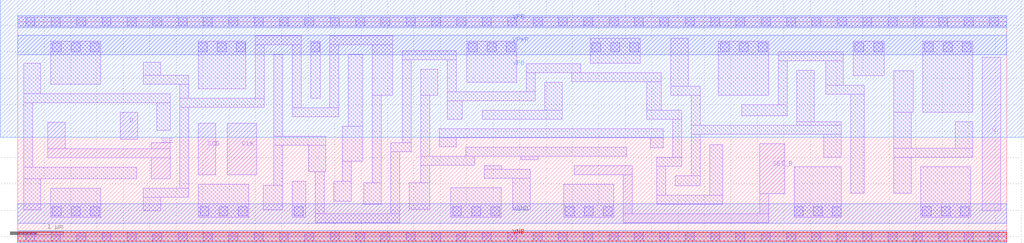
<source format=lef>
# Copyright 2020 The SkyWater PDK Authors
#
# Licensed under the Apache License, Version 2.0 (the "License");
# you may not use this file except in compliance with the License.
# You may obtain a copy of the License at
#
#     https://www.apache.org/licenses/LICENSE-2.0
#
# Unless required by applicable law or agreed to in writing, software
# distributed under the License is distributed on an "AS IS" BASIS,
# WITHOUT WARRANTIES OR CONDITIONS OF ANY KIND, either express or implied.
# See the License for the specific language governing permissions and
# limitations under the License.
#
# SPDX-License-Identifier: Apache-2.0

VERSION 5.7 ;
  NOWIREEXTENSIONATPIN ON ;
  DIVIDERCHAR "/" ;
  BUSBITCHARS "[]" ;
MACRO sky130_fd_sc_hvl__sdfstp_1
  CLASS CORE ;
  FOREIGN sky130_fd_sc_hvl__sdfstp_1 ;
  ORIGIN  0.000000  0.000000 ;
  SIZE  18.72000 BY  4.070000 ;
  SYMMETRY X Y ;
  SITE unithv ;
  PIN D
    ANTENNAGATEAREA  0.420000 ;
    DIRECTION INPUT ;
    USE SIGNAL ;
    PORT
      LAYER li1 ;
        RECT 1.945000 1.845000 2.275000 2.355000 ;
    END
  END D
  PIN Q
    ANTENNADIFFAREA  0.478750 ;
    DIRECTION OUTPUT ;
    USE SIGNAL ;
    PORT
      LAYER li1 ;
        RECT 18.260000 0.495000 18.610000 3.395000 ;
    END
  END Q
  PIN SCD
    ANTENNAGATEAREA  0.420000 ;
    DIRECTION INPUT ;
    USE SIGNAL ;
    PORT
      LAYER li1 ;
        RECT 3.420000 1.175000 3.750000 2.150000 ;
    END
  END SCD
  PIN SCE
    ANTENNAGATEAREA  0.840000 ;
    DIRECTION INPUT ;
    USE SIGNAL ;
    PORT
      LAYER li1 ;
        RECT 0.565000 1.495000 2.890000 1.665000 ;
        RECT 0.565000 1.665000 0.895000 2.165000 ;
        RECT 2.525000 1.095000 2.890000 1.495000 ;
        RECT 2.525000 1.665000 2.890000 1.780000 ;
    END
  END SCE
  PIN SET_B
    ANTENNAGATEAREA  0.840000 ;
    DIRECTION INPUT ;
    USE SIGNAL ;
    PORT
      LAYER li1 ;
        RECT 10.535000 1.175000 11.635000 1.345000 ;
        RECT 11.465000 0.265000 14.215000 0.435000 ;
        RECT 11.465000 0.435000 11.635000 1.175000 ;
        RECT 14.045000 0.435000 14.215000 0.810000 ;
        RECT 14.045000 0.810000 14.520000 1.760000 ;
    END
  END SET_B
  PIN CLK
    ANTENNAGATEAREA  0.585000 ;
    DIRECTION INPUT ;
    USE CLOCK ;
    PORT
      LAYER li1 ;
        RECT 3.965000 1.175000 4.525000 2.150000 ;
    END
  END CLK
  PIN VGND
    DIRECTION INOUT ;
    USE GROUND ;
    PORT
      LAYER met1 ;
        RECT 0.000000 0.255000 18.720000 0.625000 ;
    END
  END VGND
  PIN VNB
    DIRECTION INOUT ;
    USE GROUND ;
    PORT
      LAYER met1 ;
        RECT 0.000000 -0.115000 18.720000 0.115000 ;
      LAYER pwell ;
        RECT 0.000000 -0.085000 18.720000 0.085000 ;
    END
  END VNB
  PIN VPB
    DIRECTION INOUT ;
    USE POWER ;
    PORT
      LAYER met1 ;
        RECT 0.000000 3.955000 18.720000 4.185000 ;
      LAYER nwell ;
        RECT -0.330000 1.885000 19.050000 4.485000 ;
    END
  END VPB
  PIN VPWR
    DIRECTION INOUT ;
    USE POWER ;
    PORT
      LAYER met1 ;
        RECT 0.000000 3.445000 18.720000 3.815000 ;
    END
  END VPWR
  OBS
    LAYER li1 ;
      RECT  0.000000 -0.085000 18.720000 0.085000 ;
      RECT  0.000000  3.985000 18.720000 4.155000 ;
      RECT  0.110000  0.515000  0.440000 1.095000 ;
      RECT  0.110000  1.095000  2.255000 1.315000 ;
      RECT  0.110000  1.315000  0.280000 2.535000 ;
      RECT  0.110000  2.535000  2.890000 2.705000 ;
      RECT  0.110000  2.705000  0.440000 3.285000 ;
      RECT  0.620000  0.365000  1.570000 0.915000 ;
      RECT  0.620000  2.885000  1.570000 3.705000 ;
      RECT  2.380000  0.495000  2.710000 0.745000 ;
      RECT  2.380000  0.745000  3.240000 0.915000 ;
      RECT  2.380000  2.885000  3.240000 3.055000 ;
      RECT  2.380000  3.055000  2.710000 3.305000 ;
      RECT  2.635000  2.015000  2.890000 2.535000 ;
      RECT  3.070000  0.915000  3.240000 2.455000 ;
      RECT  3.070000  2.455000  4.665000 2.625000 ;
      RECT  3.070000  2.625000  3.240000 2.885000 ;
      RECT  3.420000  0.365000  4.370000 0.995000 ;
      RECT  3.420000  2.805000  4.315000 3.705000 ;
      RECT  4.495000  2.625000  4.665000 3.635000 ;
      RECT  4.495000  3.635000  5.365000 3.805000 ;
      RECT  4.650000  0.515000  5.015000 0.975000 ;
      RECT  4.845000  0.975000  5.015000 1.735000 ;
      RECT  4.845000  1.735000  5.835000 1.905000 ;
      RECT  4.845000  1.905000  5.015000 3.455000 ;
      RECT  5.195000  2.275000  6.075000 2.445000 ;
      RECT  5.195000  2.445000  5.365000 3.635000 ;
      RECT  5.200000  0.365000  5.450000 1.055000 ;
      RECT  5.505000  1.235000  5.835000 1.735000 ;
      RECT  5.545000  2.625000  5.725000 3.705000 ;
      RECT  5.630000  0.265000  7.230000 0.435000 ;
      RECT  5.630000  0.435000  5.800000 1.235000 ;
      RECT  5.905000  2.445000  6.075000 3.635000 ;
      RECT  5.905000  3.635000  7.095000 3.805000 ;
      RECT  5.980000  0.675000  6.310000 1.055000 ;
      RECT  6.140000  1.055000  6.310000 1.425000 ;
      RECT  6.140000  1.425000  6.530000 2.095000 ;
      RECT  6.255000  2.095000  6.530000 3.455000 ;
      RECT  6.550000  0.615000  6.880000 1.025000 ;
      RECT  6.710000  1.025000  6.880000 2.675000 ;
      RECT  6.710000  2.675000  7.095000 3.635000 ;
      RECT  7.060000  0.435000  7.230000 1.605000 ;
      RECT  7.060000  1.605000  7.445000 1.775000 ;
      RECT  7.275000  1.775000  7.445000 3.355000 ;
      RECT  7.275000  3.355000  8.305000 3.525000 ;
      RECT  7.410000  0.525000  7.795000 1.025000 ;
      RECT  7.625000  1.025000  7.795000 1.355000 ;
      RECT  7.625000  1.355000  8.655000 1.525000 ;
      RECT  7.625000  1.525000  7.795000 2.675000 ;
      RECT  7.625000  2.675000  7.955000 3.175000 ;
      RECT  7.975000  1.705000  8.305000 1.875000 ;
      RECT  7.975000  1.875000 12.220000 2.045000 ;
      RECT  8.135000  2.225000  8.410000 2.575000 ;
      RECT  8.135000  2.575000  9.795000 2.745000 ;
      RECT  8.135000  2.745000  8.305000 3.355000 ;
      RECT  8.200000  0.365000  9.150000 0.925000 ;
      RECT  8.485000  1.525000 11.525000 1.695000 ;
      RECT  8.495000  2.925000  9.445000 3.705000 ;
      RECT  8.790000  2.225000 10.305000 2.395000 ;
      RECT  8.835000  1.105000  9.700000 1.275000 ;
      RECT  8.835000  1.275000  9.165000 1.345000 ;
      RECT  9.370000  0.515000  9.700000 1.105000 ;
      RECT  9.520000  1.455000  9.850000 1.525000 ;
      RECT  9.625000  2.745000  9.795000 3.105000 ;
      RECT  9.625000  3.105000 10.655000 3.275000 ;
      RECT  9.975000  2.395000 10.305000 2.925000 ;
      RECT 10.335000  0.365000 11.285000 0.995000 ;
      RECT 10.485000  2.935000 12.180000 3.105000 ;
      RECT 10.835000  3.285000 11.785000 3.755000 ;
      RECT 11.905000  2.225000 12.570000 2.395000 ;
      RECT 11.905000  2.395000 12.180000 2.935000 ;
      RECT 11.970000  1.685000 12.220000 1.875000 ;
      RECT 12.095000  0.615000 13.350000 0.785000 ;
      RECT 12.095000  0.785000 12.265000 1.335000 ;
      RECT 12.095000  1.335000 12.570000 1.505000 ;
      RECT 12.360000  2.675000 12.920000 2.845000 ;
      RECT 12.360000  2.845000 12.690000 3.755000 ;
      RECT 12.400000  1.505000 12.570000 2.225000 ;
      RECT 12.445000  0.965000 12.920000 1.155000 ;
      RECT 12.750000  1.155000 12.920000 1.940000 ;
      RECT 12.750000  1.940000 15.585000 2.110000 ;
      RECT 12.750000  2.110000 12.920000 2.675000 ;
      RECT 13.100000  0.785000 13.350000 1.745000 ;
      RECT 13.265000  2.675000 14.215000 3.705000 ;
      RECT 13.710000  2.290000 14.565000 2.495000 ;
      RECT 14.395000  2.495000 14.565000 3.335000 ;
      RECT 14.395000  3.335000 15.625000 3.505000 ;
      RECT 14.700000  0.365000 15.590000 1.325000 ;
      RECT 14.745000  2.110000 15.585000 2.175000 ;
      RECT 14.745000  2.175000 15.075000 3.155000 ;
      RECT 15.255000  1.505000 15.585000 1.940000 ;
      RECT 15.295000  2.695000 16.020000 2.865000 ;
      RECT 15.295000  2.865000 15.625000 3.335000 ;
      RECT 15.770000  0.825000 16.020000 2.695000 ;
      RECT 15.815000  3.045000 16.405000 3.705000 ;
      RECT 16.585000  0.825000 16.915000 1.505000 ;
      RECT 16.585000  1.505000 18.080000 1.675000 ;
      RECT 16.585000  1.675000 16.915000 2.355000 ;
      RECT 16.585000  2.355000 16.955000 3.145000 ;
      RECT 17.095000  0.365000 18.045000 1.325000 ;
      RECT 17.135000  2.355000 18.080000 3.705000 ;
      RECT 17.750000  1.675000 18.080000 2.175000 ;
    LAYER mcon ;
      RECT  0.155000 -0.085000  0.325000 0.085000 ;
      RECT  0.155000  3.985000  0.325000 4.155000 ;
      RECT  0.635000 -0.085000  0.805000 0.085000 ;
      RECT  0.635000  3.985000  0.805000 4.155000 ;
      RECT  0.650000  0.395000  0.820000 0.565000 ;
      RECT  0.650000  3.505000  0.820000 3.675000 ;
      RECT  1.010000  0.395000  1.180000 0.565000 ;
      RECT  1.010000  3.505000  1.180000 3.675000 ;
      RECT  1.115000 -0.085000  1.285000 0.085000 ;
      RECT  1.115000  3.985000  1.285000 4.155000 ;
      RECT  1.370000  0.395000  1.540000 0.565000 ;
      RECT  1.370000  3.505000  1.540000 3.675000 ;
      RECT  1.595000 -0.085000  1.765000 0.085000 ;
      RECT  1.595000  3.985000  1.765000 4.155000 ;
      RECT  2.075000 -0.085000  2.245000 0.085000 ;
      RECT  2.075000  3.985000  2.245000 4.155000 ;
      RECT  2.555000 -0.085000  2.725000 0.085000 ;
      RECT  2.555000  3.985000  2.725000 4.155000 ;
      RECT  3.035000 -0.085000  3.205000 0.085000 ;
      RECT  3.035000  3.985000  3.205000 4.155000 ;
      RECT  3.420000  3.505000  3.590000 3.675000 ;
      RECT  3.450000  0.395000  3.620000 0.565000 ;
      RECT  3.515000 -0.085000  3.685000 0.085000 ;
      RECT  3.515000  3.985000  3.685000 4.155000 ;
      RECT  3.780000  3.505000  3.950000 3.675000 ;
      RECT  3.810000  0.395000  3.980000 0.565000 ;
      RECT  3.995000 -0.085000  4.165000 0.085000 ;
      RECT  3.995000  3.985000  4.165000 4.155000 ;
      RECT  4.140000  3.505000  4.310000 3.675000 ;
      RECT  4.170000  0.395000  4.340000 0.565000 ;
      RECT  4.475000 -0.085000  4.645000 0.085000 ;
      RECT  4.475000  3.985000  4.645000 4.155000 ;
      RECT  4.955000 -0.085000  5.125000 0.085000 ;
      RECT  4.955000  3.985000  5.125000 4.155000 ;
      RECT  5.230000  0.395000  5.400000 0.565000 ;
      RECT  5.435000 -0.085000  5.605000 0.085000 ;
      RECT  5.435000  3.985000  5.605000 4.155000 ;
      RECT  5.550000  3.505000  5.720000 3.675000 ;
      RECT  5.915000 -0.085000  6.085000 0.085000 ;
      RECT  5.915000  3.985000  6.085000 4.155000 ;
      RECT  6.395000 -0.085000  6.565000 0.085000 ;
      RECT  6.395000  3.985000  6.565000 4.155000 ;
      RECT  6.875000 -0.085000  7.045000 0.085000 ;
      RECT  6.875000  3.985000  7.045000 4.155000 ;
      RECT  7.355000 -0.085000  7.525000 0.085000 ;
      RECT  7.355000  3.985000  7.525000 4.155000 ;
      RECT  7.835000 -0.085000  8.005000 0.085000 ;
      RECT  7.835000  3.985000  8.005000 4.155000 ;
      RECT  8.230000  0.395000  8.400000 0.565000 ;
      RECT  8.315000 -0.085000  8.485000 0.085000 ;
      RECT  8.315000  3.985000  8.485000 4.155000 ;
      RECT  8.525000  3.505000  8.695000 3.675000 ;
      RECT  8.590000  0.395000  8.760000 0.565000 ;
      RECT  8.795000 -0.085000  8.965000 0.085000 ;
      RECT  8.795000  3.985000  8.965000 4.155000 ;
      RECT  8.885000  3.505000  9.055000 3.675000 ;
      RECT  8.950000  0.395000  9.120000 0.565000 ;
      RECT  9.245000  3.505000  9.415000 3.675000 ;
      RECT  9.275000 -0.085000  9.445000 0.085000 ;
      RECT  9.275000  3.985000  9.445000 4.155000 ;
      RECT  9.755000 -0.085000  9.925000 0.085000 ;
      RECT  9.755000  3.985000  9.925000 4.155000 ;
      RECT 10.235000 -0.085000 10.405000 0.085000 ;
      RECT 10.235000  3.985000 10.405000 4.155000 ;
      RECT 10.365000  0.395000 10.535000 0.565000 ;
      RECT 10.715000 -0.085000 10.885000 0.085000 ;
      RECT 10.715000  3.985000 10.885000 4.155000 ;
      RECT 10.725000  0.395000 10.895000 0.565000 ;
      RECT 10.865000  3.505000 11.035000 3.675000 ;
      RECT 11.085000  0.395000 11.255000 0.565000 ;
      RECT 11.195000 -0.085000 11.365000 0.085000 ;
      RECT 11.195000  3.985000 11.365000 4.155000 ;
      RECT 11.225000  3.505000 11.395000 3.675000 ;
      RECT 11.585000  3.505000 11.755000 3.675000 ;
      RECT 11.675000 -0.085000 11.845000 0.085000 ;
      RECT 11.675000  3.985000 11.845000 4.155000 ;
      RECT 12.155000 -0.085000 12.325000 0.085000 ;
      RECT 12.155000  3.985000 12.325000 4.155000 ;
      RECT 12.635000 -0.085000 12.805000 0.085000 ;
      RECT 12.635000  3.985000 12.805000 4.155000 ;
      RECT 13.115000 -0.085000 13.285000 0.085000 ;
      RECT 13.115000  3.985000 13.285000 4.155000 ;
      RECT 13.295000  3.505000 13.465000 3.675000 ;
      RECT 13.595000 -0.085000 13.765000 0.085000 ;
      RECT 13.595000  3.985000 13.765000 4.155000 ;
      RECT 13.655000  3.505000 13.825000 3.675000 ;
      RECT 14.015000  3.505000 14.185000 3.675000 ;
      RECT 14.075000 -0.085000 14.245000 0.085000 ;
      RECT 14.075000  3.985000 14.245000 4.155000 ;
      RECT 14.555000 -0.085000 14.725000 0.085000 ;
      RECT 14.555000  3.985000 14.725000 4.155000 ;
      RECT 14.700000  0.395000 14.870000 0.565000 ;
      RECT 15.035000 -0.085000 15.205000 0.085000 ;
      RECT 15.035000  3.985000 15.205000 4.155000 ;
      RECT 15.060000  0.395000 15.230000 0.565000 ;
      RECT 15.420000  0.395000 15.590000 0.565000 ;
      RECT 15.515000 -0.085000 15.685000 0.085000 ;
      RECT 15.515000  3.985000 15.685000 4.155000 ;
      RECT 15.845000  3.505000 16.015000 3.675000 ;
      RECT 15.995000 -0.085000 16.165000 0.085000 ;
      RECT 15.995000  3.985000 16.165000 4.155000 ;
      RECT 16.205000  3.505000 16.375000 3.675000 ;
      RECT 16.475000 -0.085000 16.645000 0.085000 ;
      RECT 16.475000  3.985000 16.645000 4.155000 ;
      RECT 16.955000 -0.085000 17.125000 0.085000 ;
      RECT 16.955000  3.985000 17.125000 4.155000 ;
      RECT 17.125000  0.395000 17.295000 0.565000 ;
      RECT 17.160000  3.505000 17.330000 3.675000 ;
      RECT 17.435000 -0.085000 17.605000 0.085000 ;
      RECT 17.435000  3.985000 17.605000 4.155000 ;
      RECT 17.485000  0.395000 17.655000 0.565000 ;
      RECT 17.520000  3.505000 17.690000 3.675000 ;
      RECT 17.845000  0.395000 18.015000 0.565000 ;
      RECT 17.880000  3.505000 18.050000 3.675000 ;
      RECT 17.915000 -0.085000 18.085000 0.085000 ;
      RECT 17.915000  3.985000 18.085000 4.155000 ;
      RECT 18.395000 -0.085000 18.565000 0.085000 ;
      RECT 18.395000  3.985000 18.565000 4.155000 ;
  END
END sky130_fd_sc_hvl__sdfstp_1
END LIBRARY

</source>
